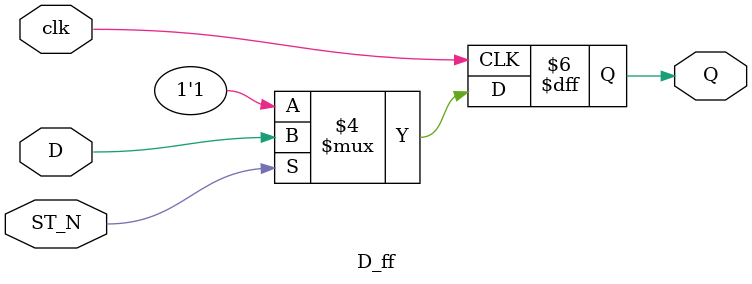
<source format=v>
module D_ff(input clk,D,ST_N,//ST低电平有效
    output reg Q);
    always@(posedge clk)
        begin
          if(ST_N == 0)
            Q<=1'b1;
          else 
            Q<=D;
        end
endmodule  
</source>
